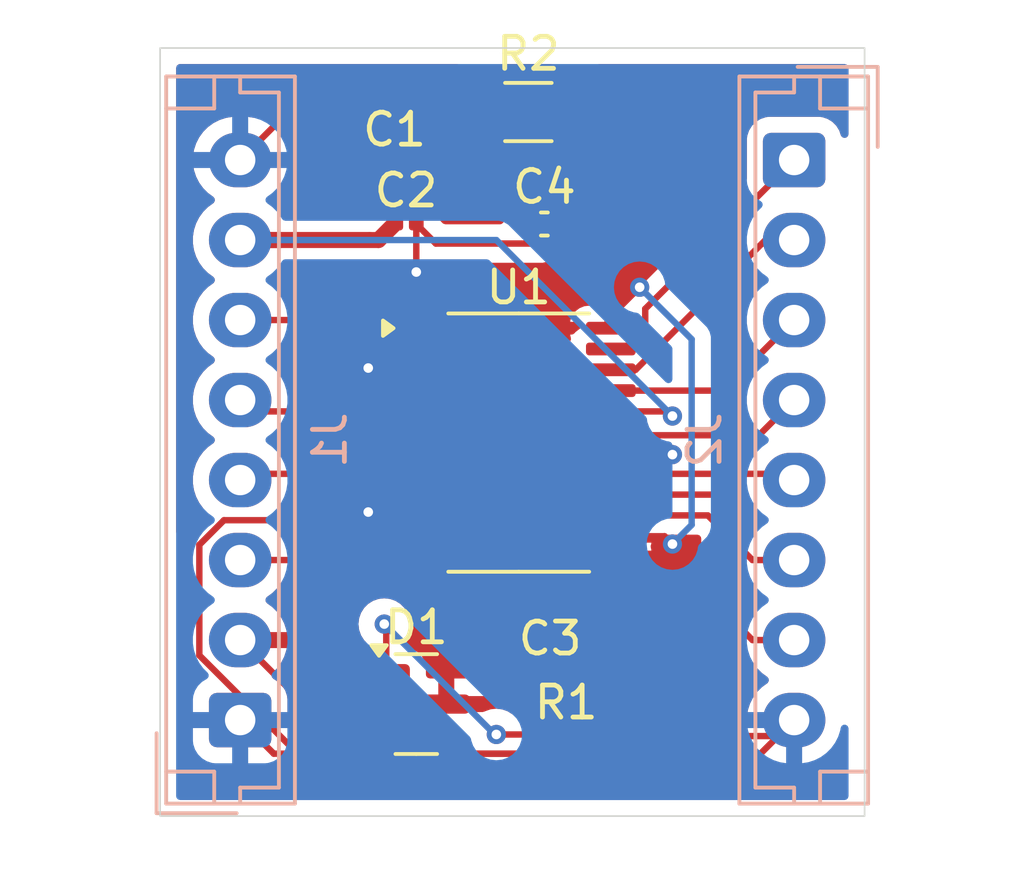
<source format=kicad_pcb>
(kicad_pcb (version 20240108) (generator "pcbnew") (generator_version "8.0")
  (layers (0 "F.Cu" signal) (31 "B.Cu" signal) (34 "B.Paste" user) (35 "F.Paste" user) (36 "B.SilkS" user "B.Silkscreen") (37 "F.SilkS" user "F.Silkscreen") (38 "B.Mask" user) (39 "F.Mask" user) (44 "Edge.Cuts" user))
  (net 0 "")
  (net 1 "Net-(C1-Pad1)")
  (net 2 "8")
  (net 3 "VCC")
  (net 4 "VM")
  (net 6 "Net-(D1-A)")
  (net 7 "Net-(J1-Pin_3)")
  (net 8 "Net-(J1-Pin_6)")
  (net 9 "Net-(J1-Pin_5)")
  (net 10 "Net-(J1-Pin_4)")
  (net 11 "Net-(J2-Pin_6)")
  (net 12 "Net-(J2-Pin_5)")
  (net 13 "Net-(J2-Pin_2)")
  (net 14 "Net-(J2-Pin_3)")
  (net 15 "Net-(J2-Pin_7)")
  (net 16 "Net-(J2-Pin_1)")
  (net 17 "Net-(J2-Pin_4)")
  (footprint "Capacitor_SMD:C_0201_0603Metric" (layer "F.Cu") (at 139.68 86)
    (property "Reference" "C2" (at 0 -1.05 0) (layer "F.SilkS"))
    (property "Value" "0.1μF")
    (pad "1" smd roundrect (at -0.32 0) (size 0.46 0.4) (layers "F.Cu" "F.Mask") (net 3 "VCC"))
    (pad "2" smd roundrect (at 0.32 0) (size 0.46 0.4) (layers "F.Cu" "F.Mask") (net 2 "8"))
  )
  (footprint "Package_TO_SOT_SMD:SOT-23" (layer "F.Cu") (at 140 101)
    (property "Reference" "D1" (at 0 -2.4 0) (layer "F.SilkS"))
    (property "Value" "BAS19")
    (fp_line (start 0 -1.56) (end -0.65 -1.56) (stroke (width 0.12)) (layer "F.SilkS"))
    (fp_line (start 0 -1.56) (end 0.65 -1.56) (stroke (width 0.12)) (layer "F.SilkS"))
    (fp_line (start 0 1.56) (end -0.65 1.56) (stroke (width 0.12)) (layer "F.SilkS"))
    (fp_line (start 0 1.56) (end 0.65 1.56) (stroke (width 0.12)) (layer "F.SilkS"))
    (fp_poly (pts (xy -1.1625 -1.51) (xy -1.4025 -1.84) (xy -0.9225 -1.84) (xy -1.1625 -1.51)) (stroke (width 0.12)) (fill solid) (layer "F.SilkS"))
    (pad "1" smd roundrect (at -0.9375 -0.95) (size 1.475 0.6) (layers "F.Cu" "F.Paste" "F.Mask") (net 6 "Net-(D1-A)"))
    (pad "2" smd roundrect (at -0.9375 0.95) (size 1.475 0.6) (layers "F.Cu" "F.Paste" "F.Mask"))
    (pad "3" smd roundrect (at 0.9375 0) (size 1.475 0.6) (layers "F.Cu" "F.Paste" "F.Mask") (net 4 "VM"))
  )
  (footprint "Resistor_SMD:R_1206_3216Metric" (layer "F.Cu") (at 143.5 82.5)
    (property "Reference" "R2" (at 0 -1.82 0) (layer "F.SilkS"))
    (property "Value" "R")
    (fp_line (start -0.727064 -0.91) (end 0.727064 -0.91) (stroke (width 0.12)) (layer "F.SilkS"))
    (fp_line (start -0.727064 0.91) (end 0.727064 0.91) (stroke (width 0.12)) (layer "F.SilkS"))
    (pad "1" smd roundrect (at -1.4625 0) (size 1.125 1.75) (layers "F.Cu" "F.Paste" "F.Mask") (roundrect_rratio 0.222222) (net 4 "VM"))
    (pad "2" smd roundrect (at 1.4625 0) (size 1.125 1.75) (layers "F.Cu" "F.Paste" "F.Mask") (roundrect_rratio 0.222222) (net 1 "Net-(C1-Pad1)"))
  )
  (footprint "Capacitor_SMD:C_0201_0603Metric" (layer "F.Cu") (at 139.32 82 180)
    (property "Reference" "C1" (at 0 -1.05 180) (layer "F.SilkS"))
    (property "Value" "10μF")
    (pad "1" smd roundrect (at -0.32 0 180) (size 0.46 0.4) (layers "F.Cu" "F.Mask") (net 1 "Net-(C1-Pad1)"))
    (pad "2" smd roundrect (at 0.32 0 180) (size 0.46 0.4) (layers "F.Cu" "F.Mask") (net 2 "8"))
  )
  (footprint "Resistor_SMD:R_0201_0603Metric" (layer "F.Cu") (at 144.68 102)
    (property "Reference" "R1" (at 0 -1.05 0) (layer "F.SilkS"))
    (property "Value" "100k")
    (pad "1" smd roundrect (at -0.32 0) (size 0.46 0.4) (layers "F.Cu" "F.Mask") (net 6 "Net-(D1-A)"))
    (pad "2" smd roundrect (at 0.32 0) (size 0.46 0.4) (layers "F.Cu" "F.Mask") (net 2 "8"))
  )
  (footprint "Package_SO:HTSSOP-24-1EP_4.4x7.8mm_P0.65mm_EP3.2x5mm" (layer "F.Cu") (at 143.2 92.83)
    (property "Reference" "U1" (at 0 -4.85 0) (layer "F.SilkS"))
    (property "Value" "TB6612FNG_C_8_EL")
    (fp_line (start 0 -4.035) (end -2.2 -4.035) (stroke (width 0.12)) (layer "F.SilkS"))
    (fp_line (start 0 -4.035) (end 2.2 -4.035) (stroke (width 0.12)) (layer "F.SilkS"))
    (fp_line (start 0 4.035) (end -2.2 4.035) (stroke (width 0.12)) (layer "F.SilkS"))
    (fp_line (start 0 4.035) (end 2.2 4.035) (stroke (width 0.12)) (layer "F.SilkS"))
    (fp_poly (pts (xy -3.91 -3.575) (xy -4.24 -3.815) (xy -4.24 -3.335) (xy -3.91 -3.575)) (stroke (width 0.12)) (fill solid) (layer "F.SilkS"))
    (pad "1" smd roundrect (at -2.875 -3.575) (size 1.55 0.4) (layers "F.Cu" "F.Paste" "F.Mask") (net 8 "Net-(J1-Pin_6)"))
    (pad "2" smd roundrect (at -2.875 -2.925) (size 1.55 0.4) (layers "F.Cu" "F.Paste" "F.Mask") (net 8 "Net-(J1-Pin_6)"))
    (pad "3" smd roundrect (at -2.875 -2.275) (size 1.55 0.4) (layers "F.Cu" "F.Paste" "F.Mask") (net 2 "8"))
    (pad "4" smd roundrect (at -2.875 -1.625) (size 1.55 0.4) (layers "F.Cu" "F.Paste" "F.Mask") (net 2 "8"))
    (pad "5" smd roundrect (at -2.875 -0.975) (size 1.55 0.4) (layers "F.Cu" "F.Paste" "F.Mask") (net 9 "Net-(J1-Pin_5)"))
    (pad "6" smd roundrect (at -2.875 -0.325) (size 1.55 0.4) (layers "F.Cu" "F.Paste" "F.Mask") (net 9 "Net-(J1-Pin_5)"))
    (pad "7" smd roundrect (at -2.875 0.325) (size 1.55 0.4) (layers "F.Cu" "F.Paste" "F.Mask") (net 10 "Net-(J1-Pin_4)"))
    (pad "8" smd roundrect (at -2.875 0.975) (size 1.55 0.4) (layers "F.Cu" "F.Paste" "F.Mask") (net 10 "Net-(J1-Pin_4)"))
    (pad "9" smd roundrect (at -2.875 1.625) (size 1.55 0.4) (layers "F.Cu" "F.Paste" "F.Mask") (net 2 "8"))
    (pad "10" smd roundrect (at -2.875 2.275) (size 1.55 0.4) (layers "F.Cu" "F.Paste" "F.Mask") (net 2 "8"))
    (pad "11" smd roundrect (at -2.875 2.925) (size 1.55 0.4) (layers "F.Cu" "F.Paste" "F.Mask") (net 7 "Net-(J1-Pin_3)"))
    (pad "12" smd roundrect (at -2.875 3.575) (size 1.55 0.4) (layers "F.Cu" "F.Paste" "F.Mask") (net 7 "Net-(J1-Pin_3)"))
    (pad "13" smd roundrect (at 2.875 3.575) (size 1.55 0.4) (layers "F.Cu" "F.Paste" "F.Mask") (net 4 "VM"))
    (pad "14" smd roundrect (at 2.875 2.925) (size 1.55 0.4) (layers "F.Cu" "F.Paste" "F.Mask") (net 4 "VM"))
    (pad "15" smd roundrect (at 2.875 2.275) (size 1.55 0.4) (layers "F.Cu" "F.Paste" "F.Mask") (net 15 "Net-(J2-Pin_7)"))
    (pad "16" smd roundrect (at 2.875 1.625) (size 1.55 0.4) (layers "F.Cu" "F.Paste" "F.Mask") (net 11 "Net-(J2-Pin_6)"))
    (pad "17" smd roundrect (at 2.875 0.975) (size 1.55 0.4) (layers "F.Cu" "F.Paste" "F.Mask") (net 12 "Net-(J2-Pin_5)"))
    (pad "18" smd roundrect (at 2.875 0.325) (size 1.55 0.4) (layers "F.Cu" "F.Paste" "F.Mask") (net 2 "8"))
    (pad "19" smd roundrect (at 2.875 -0.325) (size 1.55 0.4) (layers "F.Cu" "F.Paste" "F.Mask") (net 17 "Net-(J2-Pin_4)"))
    (pad "20" smd roundrect (at 2.875 -0.975) (size 1.55 0.4) (layers "F.Cu" "F.Paste" "F.Mask") (net 3 "VCC"))
    (pad "21" smd roundrect (at 2.875 -1.625) (size 1.55 0.4) (layers "F.Cu" "F.Paste" "F.Mask") (net 14 "Net-(J2-Pin_3)"))
    (pad "22" smd roundrect (at 2.875 -2.275) (size 1.55 0.4) (layers "F.Cu" "F.Paste" "F.Mask") (net 13 "Net-(J2-Pin_2)"))
    (pad "23" smd roundrect (at 2.875 -2.925) (size 1.55 0.4) (layers "F.Cu" "F.Paste" "F.Mask") (net 16 "Net-(J2-Pin_1)"))
    (pad "24" smd roundrect (at 2.875 -3.575) (size 1.55 0.4) (layers "F.Cu" "F.Paste" "F.Mask") (net 4 "VM"))
    (pad "25" smd rect (at 0 0) (size 3.2 5) (property pad_prop_heatsink) (layers "F.Cu" "F.Mask"))
  )
  (footprint "Capacitor_SMD:C_0402_1005Metric" (layer "F.Cu") (at 144 86)
    (property "Reference" "C4" (at 0 -1.16 0) (layer "F.SilkS"))
    (property "Value" "0.47μF")
    (fp_line (start -0.107836 -0.36) (end 0.107836 -0.36) (stroke (width 0.12)) (layer "F.SilkS"))
    (fp_line (start -0.107836 0.36) (end 0.107836 0.36) (stroke (width 0.12)) (layer "F.SilkS"))
    (pad "1" smd roundrect (at -0.48 0) (size 0.56 0.62) (layers "F.Cu" "F.Paste" "F.Mask") (net 4 "VM"))
    (pad "2" smd roundrect (at 0.48 0) (size 0.56 0.62) (layers "F.Cu" "F.Paste" "F.Mask") (net 2 "8"))
  )
  (footprint "Capacitor_SMD:C_0201_0603Metric" (layer "F.Cu") (at 144.18 100)
    (property "Reference" "C3" (at 0 -1.05 0) (layer "F.SilkS"))
    (property "Value" "0.1μF")
    (pad "1" smd roundrect (at -0.32 0) (size 0.46 0.4) (layers "F.Cu" "F.Mask") (net 4 "VM"))
    (pad "2" smd roundrect (at 0.32 0) (size 0.46 0.4) (layers "F.Cu" "F.Mask") (net 2 "8"))
  )
  (footprint "Connector_JST:JST_EH_B8B-EH-A_1x08_P2.50mm_Vertical" (layer "B.Cu") (at 134.5 101.5 90)
    (property "Reference" "J1" (at 8.75 2.8 270) (layer "B.SilkS") (effects (justify mirror)))
    (property "Value" "Conn_01x08_Pin")
    (fp_line (start -0.41 -2.61) (end -2.91 -2.61) (stroke (width 0.12)) (layer "B.SilkS"))
    (fp_line (start -2.91 -2.61) (end -2.91 -0.11) (stroke (width 0.12)) (layer "B.SilkS"))
    (fp_line (start 20.11 -2.31) (end -2.61 -2.31) (stroke (width 0.12)) (layer "B.SilkS"))
    (fp_line (start 19.11 -2.31) (end 19.11 -0.81) (stroke (width 0.12)) (layer "B.SilkS"))
    (fp_line (start -1.61 -2.31) (end -1.61 -0.81) (stroke (width 0.12)) (layer "B.SilkS"))
    (fp_line (start -2.61 -2.31) (end -2.61 1.71) (stroke (width 0.12)) (layer "B.SilkS"))
    (fp_line (start 19.11 -0.81) (end 20.11 -0.81) (stroke (width 0.12)) (layer "B.SilkS"))
    (fp_line (start -1.61 -0.81) (end -2.61 -0.81) (stroke (width 0.12)) (layer "B.SilkS"))
    (fp_line (start 20.11 0) (end 19.61 0) (stroke (width 0.12)) (layer "B.SilkS"))
    (fp_line (start 19.61 0) (end 19.61 1.21) (stroke (width 0.12)) (layer "B.SilkS"))
    (fp_line (start -2.11 0) (end -2.61 0) (stroke (width 0.12)) (layer "B.SilkS"))
    (fp_line (start 19.61 1.21) (end -2.11 1.21) (stroke (width 0.12)) (layer "B.SilkS"))
    (fp_line (start -2.11 1.21) (end -2.11 0) (stroke (width 0.12)) (layer "B.SilkS"))
    (fp_line (start 20.11 1.71) (end 20.11 -2.31) (stroke (width 0.12)) (layer "B.SilkS"))
    (fp_line (start -2.61 1.71) (end 20.11 1.71) (stroke (width 0.12)) (layer "B.SilkS"))
    (pad "1" thru_hole roundrect (at 0 0 90) (size 1.7 1.95) (drill 0.95) (layers "*.Cu" "*.Mask") (roundrect_rratio 0.147059) (net 2 "8"))
    (pad "2" thru_hole oval (at 2.5 0 90) (size 1.7 1.95) (drill 0.95) (layers "*.Cu" "*.Mask") (net 4 "VM"))
    (pad "3" thru_hole oval (at 5 0 90) (size 1.7 1.95) (drill 0.95) (layers "*.Cu" "*.Mask") (net 7 "Net-(J1-Pin_3)"))
    (pad "4" thru_hole oval (at 7.5 0 90) (size 1.7 1.95) (drill 0.95) (layers "*.Cu" "*.Mask") (net 10 "Net-(J1-Pin_4)"))
    (pad "5" thru_hole oval (at 10 0 90) (size 1.7 1.95) (drill 0.95) (layers "*.Cu" "*.Mask") (net 9 "Net-(J1-Pin_5)"))
    (pad "6" thru_hole oval (at 12.5 0 90) (size 1.7 1.95) (drill 0.95) (layers "*.Cu" "*.Mask") (net 8 "Net-(J1-Pin_6)"))
    (pad "7" thru_hole oval (at 15 0 90) (size 1.7 1.95) (drill 0.95) (layers "*.Cu" "*.Mask") (net 3 "VCC"))
    (pad "8" thru_hole oval (at 17.5 0 90) (size 1.7 1.95) (drill 0.95) (layers "*.Cu" "*.Mask") (net 2 "8"))
  )
  (footprint "Connector_JST:JST_EH_B8B-EH-A_1x08_P2.50mm_Vertical" (layer "B.Cu") (at 151.8 84 -90)
    (property "Reference" "J2" (at 8.75 2.8 90) (layer "B.SilkS") (effects (justify mirror)))
    (property "Value" "Conn_01x08_Pin")
    (fp_line (start -2.61 1.71) (end 20.11 1.71) (stroke (width 0.12)) (layer "B.SilkS"))
    (fp_line (start 20.11 1.71) (end 20.11 -2.31) (stroke (width 0.12)) (layer "B.SilkS"))
    (fp_line (start -2.11 1.21) (end -2.11 0) (stroke (width 0.12)) (layer "B.SilkS"))
    (fp_line (start 19.61 1.21) (end -2.11 1.21) (stroke (width 0.12)) (layer "B.SilkS"))
    (fp_line (start -2.11 0) (end -2.61 0) (stroke (width 0.12)) (layer "B.SilkS"))
    (fp_line (start 19.61 0) (end 19.61 1.21) (stroke (width 0.12)) (layer "B.SilkS"))
    (fp_line (start 20.11 0) (end 19.61 0) (stroke (width 0.12)) (layer "B.SilkS"))
    (fp_line (start -1.61 -0.81) (end -2.61 -0.81) (stroke (width 0.12)) (layer "B.SilkS"))
    (fp_line (start 19.11 -0.81) (end 20.11 -0.81) (stroke (width 0.12)) (layer "B.SilkS"))
    (fp_line (start -2.61 -2.31) (end -2.61 1.71) (stroke (width 0.12)) (layer "B.SilkS"))
    (fp_line (start -1.61 -2.31) (end -1.61 -0.81) (stroke (width 0.12)) (layer "B.SilkS"))
    (fp_line (start 19.11 -2.31) (end 19.11 -0.81) (stroke (width 0.12)) (layer "B.SilkS"))
    (fp_line (start 20.11 -2.31) (end -2.61 -2.31) (stroke (width 0.12)) (layer "B.SilkS"))
    (fp_line (start -2.91 -2.61) (end -2.91 -0.11) (stroke (width 0.12)) (layer "B.SilkS"))
    (fp_line (start -0.41 -2.61) (end -2.91 -2.61) (stroke (width 0.12)) (layer "B.SilkS"))
    (pad "1" thru_hole roundrect (at 0 0 270) (size 1.7 1.95) (drill 0.95) (layers "*.Cu" "*.Mask") (roundrect_rratio 0.147059) (net 16 "Net-(J2-Pin_1)"))
    (pad "2" thru_hole oval (at 2.5 0 270) (size 1.7 1.95) (drill 0.95) (layers "*.Cu" "*.Mask") (net 13 "Net-(J2-Pin_2)"))
    (pad "3" thru_hole oval (at 5 0 270) (size 1.7 1.95) (drill 0.95) (layers "*.Cu" "*.Mask") (net 14 "Net-(J2-Pin_3)"))
    (pad "4" thru_hole oval (at 7.5 0 270) (size 1.7 1.95) (drill 0.95) (layers "*.Cu" "*.Mask") (net 17 "Net-(J2-Pin_4)"))
    (pad "5" thru_hole oval (at 10 0 270) (size 1.7 1.95) (drill 0.95) (layers "*.Cu" "*.Mask") (net 12 "Net-(J2-Pin_5)"))
    (pad "6" thru_hole oval (at 12.5 0 270) (size 1.7 1.95) (drill 0.95) (layers "*.Cu" "*.Mask") (net 11 "Net-(J2-Pin_6)"))
    (pad "7" thru_hole oval (at 15 0 270) (size 1.7 1.95) (drill 0.95) (layers "*.Cu" "*.Mask") (net 15 "Net-(J2-Pin_7)"))
    (pad "8" thru_hole oval (at 17.5 0 270) (size 1.7 1.95) (drill 0.95) (layers "*.Cu" "*.Mask") (net 2 "8"))
  )
  (gr_rect (start 132 80.5) (end 154 104.5) (stroke (width 0.05)) (fill none) (layer "Edge.Cuts"))
  (segment (start 144.5 84) (end 144.9625 83.5375) (width 0.2) (layer "F.Cu") (net 1))
  (segment (start 139.64 83.14) (end 140.5 84) (width 0.2) (layer "F.Cu") (net 1))
  (segment (start 144.9625 83.5375) (end 144.9625 82.5) (width 0.2) (layer "F.Cu") (net 1))
  (segment (start 139.64 82) (end 139.64 83.14) (width 0.2) (layer "F.Cu") (net 1))
  (segment (start 140.5 84) (end 144.5 84) (width 0.2) (layer "F.Cu") (net 1))
  (segment (start 140.325 94.455) (end 140.325 95.105) (width 0.2) (layer "F.Cu") (net 2))
  (segment (start 145 102) (end 151.3 102) (width 0.2) (layer "F.Cu") (net 2))
  (segment (start 140 86) (end 140 84.065686) (width 0.2) (layer "F.Cu") (net 2))
  (segment (start 143.87 86.61) (end 140.61 86.61) (width 0.2) (layer "F.Cu") (net 2))
  (segment (start 140.61 86.61) (end 140 86) (width 0.2) (layer "F.Cu") (net 2))
  (segment (start 138.555 90.555) (end 138.5 90.5) (width 0.2) (layer "F.Cu") (net 2))
  (segment (start 144.89 102.268456) (end 144.608456 102.55) (width 0.2) (layer "F.Cu") (net 2))
  (segment (start 134.5 101.5) (end 135.55 102.55) (width 0.2) (layer "F.Cu") (net 2))
  (segment (start 151.3 102) (end 151.8 101.5) (width 0.2) (layer "F.Cu") (net 2))
  (segment (start 144.48 86) (end 143.87 86.61) (width 0.2) (layer "F.Cu") (net 2))
  (segment (start 140.325 90.555) (end 140.325 91.205) (width 0.2) (layer "F.Cu") (net 2))
  (segment (start 140.22 95) (end 140.325 95.105) (width 0.2) (layer "F.Cu") (net 2))
  (segment (start 140 84.065686) (end 139 83.065686) (width 0.2) (layer "F.Cu") (net 2))
  (segment (start 144.608456 102.55) (end 136.298654 102.55) (width 0.2) (layer "F.Cu") (net 2))
  (segment (start 139 83.065686) (end 139 82) (width 0.2) (layer "F.Cu") (net 2))
  (segment (start 150.75 102.55) (end 151.8 101.5) (width 0.2) (layer "F.Cu") (net 2))
  (segment (start 138.5 95) (end 140.22 95) (width 0.2) (layer "F.Cu") (net 2))
  (segment (start 144.89 100.39) (end 144.89 102.268456) (width 0.2) (layer "F.Cu") (net 2))
  (segment (start 133.225 99.476346) (end 133.225 96.023654) (width 0.2) (layer "F.Cu") (net 2))
  (segment (start 140.325 90.555) (end 138.555 90.555) (width 0.2) (layer "F.Cu") (net 2))
  (segment (start 144.5 100) (end 144.89 100.39) (width 0.2) (layer "F.Cu") (net 2))
  (segment (start 133.993654 95.255) (end 140.175 95.255) (width 0.2) (layer "F.Cu") (net 2))
  (segment (start 146.075 93.155) (end 147.95 93.155) (width 0.2) (layer "F.Cu") (net 2))
  (segment (start 134.5 84) (end 136.5 82) (width 0.2) (layer "F.Cu") (net 2))
  (segment (start 136.5 82) (end 139 82) (width 0.2) (layer "F.Cu") (net 2))
  (segment (start 133.225 96.023654) (end 133.993654 95.255) (width 0.2) (layer "F.Cu") (net 2))
  (segment (start 136.298654 102.55) (end 133.225 99.476346) (width 0.2) (layer "F.Cu") (net 2))
  (segment (start 147.95 93.155) (end 148 93.205) (width 0.2) (layer "F.Cu") (net 2))
  (segment (start 140 87.5) (end 140 86) (width 0.2) (layer "F.Cu") (net 2))
  (segment (start 135.55 102.55) (end 150.75 102.55) (width 0.2) (layer "F.Cu") (net 2))
  (segment (start 145 100.5) (end 145 102) (width 0.2) (layer "F.Cu") (net 2))
  (segment (start 140.175 95.255) (end 140.325 95.105) (width 0.2) (layer "F.Cu") (net 2))
  (segment (start 144.5 100) (end 145 100.5) (width 0.2) (layer "F.Cu") (net 2))
  (via (at 140 87.5) (size 0.6) (drill 0.3) (layers "F.Cu" "B.Cu") (net 2))
  (via (at 138.5 90.5) (size 0.6) (drill 0.3) (layers "F.Cu" "B.Cu") (net 2))
  (via (at 148 93.205) (size 0.6) (drill 0.3) (layers "F.Cu" "B.Cu") (net 2))
  (via (at 138.5 95) (size 0.6) (drill 0.3) (layers "F.Cu" "B.Cu") (net 2))
  (segment (start 138.5 95) (end 138.5 90.5) (width 0.2) (layer "B.Cu") (net 2))
  (segment (start 138.5 90.5) (end 138.5 89) (width 0.2) (layer "B.Cu") (net 2))
  (segment (start 146.205 95) (end 138.5 95) (width 0.2) (layer "B.Cu") (net 2))
  (segment (start 138.5 89) (end 140 87.5) (width 0.2) (layer "B.Cu") (net 2))
  (segment (start 148 93.205) (end 146.205 95) (width 0.2) (layer "B.Cu") (net 2))
  (segment (start 138.82 86.5) (end 139.32 86) (width 0.5) (layer "F.Cu") (net 3))
  (segment (start 146.075 91.855) (end 147.855 91.855) (width 0.2) (layer "F.Cu") (net 3))
  (segment (start 134.5 86.5) (end 138.82 86.5) (width 0.5) (layer "F.Cu") (net 3))
  (segment (start 147.855 91.855) (end 148 92) (width 0.2) (layer "F.Cu") (net 3))
  (via (at 148 92) (size 0.6) (drill 0.3) (layers "F.Cu" "B.Cu") (net 3))
  (segment (start 142.5 86.5) (end 134.5 86.5) (width 0.2) (layer "B.Cu") (net 3))
  (segment (start 148 92) (end 142.5 86.5) (width 0.2) (layer "B.Cu") (net 3))
  (segment (start 142.0375 82.5) (end 143.2125 81.325) (width 0.2) (layer "F.Cu") (net 4))
  (segment (start 146.075 96.405) (end 146.075 96.575) (width 0.2) (layer "F.Cu") (net 4))
  (segment (start 143.52 85.48) (end 144 85) (width 0.2) (layer "F.Cu") (net 4))
  (segment (start 142.86 101) (end 143.86 100) (width 0.2) (layer "F.Cu") (net 4))
  (segment (start 143.52 86) (end 143.52 85.48) (width 0.2) (layer "F.Cu") (net 4))
  (segment (start 143.2125 81.325) (end 146.325 81.325) (width 0.2) (layer "F.Cu") (net 4))
  (segment (start 134.5 99) (end 136.5 101) (width 0.2) (layer "F.Cu") (net 4))
  (segment (start 146.075 88.87647) (end 146.075 89.255) (width 0.2) (layer "F.Cu") (net 4))
  (segment (start 147 82) (end 147 84.5) (width 0.2) (layer "F.Cu") (net 4))
  (segment (start 146.075 95.755) (end 147.755 95.755) (width 0.2) (layer "F.Cu") (net 4))
  (segment (start 146.075 89.255) (end 146.075 86.658866) (width 0.2) (layer "F.Cu") (net 4))
  (segment (start 136.5 101) (end 140.9375 101) (width 0.2) (layer "F.Cu") (net 4))
  (segment (start 146.075 95.755) (end 146.075 96.405) (width 0.2) (layer "F.Cu") (net 4))
  (segment (start 146.325 81.325) (end 147 82) (width 0.2) (layer "F.Cu") (net 4))
  (segment (start 146.5 85) (end 144 85) (width 0.2) (layer "F.Cu") (net 4))
  (segment (start 144.13 85.39) (end 143.52 86) (width 0.2) (layer "F.Cu") (net 4))
  (segment (start 143.86 98.79) (end 143.86 100) (width 0.2) (layer "F.Cu") (net 4))
  (segment (start 146.975735 87.975735) (end 146.075 88.87647) (width 0.2) (layer "F.Cu") (net 4))
  (segment (start 146.075 96.575) (end 143.86 98.79) (width 0.2) (layer "F.Cu") (net 4))
  (segment (start 147.755 95.755) (end 148 96) (width 0.2) (layer "F.Cu") (net 4))
  (segment (start 140.9375 101) (end 142.86 101) (width 0.2) (layer "F.Cu") (net 4))
  (segment (start 146.075 86.658866) (end 144.806134 85.39) (width 0.2) (layer "F.Cu") (net 4))
  (segment (start 147 84.5) (end 146.5 85) (width 0.2) (layer "F.Cu") (net 4))
  (segment (start 144.806134 85.39) (end 144.13 85.39) (width 0.2) (layer "F.Cu") (net 4))
  (via (at 148 96) (size 0.6) (drill 0.3) (layers "F.Cu" "B.Cu") (net 4))
  (via (at 146.975735 87.975735) (size 0.6) (drill 0.3) (layers "F.Cu" "B.Cu") (net 4))
  (segment (start 148.6 95.4) (end 148.6 89.6) (width 0.2) (layer "B.Cu") (net 4))
  (segment (start 148.6 89.6) (end 146.975735 87.975735) (width 0.2) (layer "B.Cu") (net 4))
  (segment (start 148 96) (end 148.6 95.4) (width 0.2) (layer "B.Cu") (net 4))
  (segment (start 139.0625 98.5625) (end 139 98.5) (width 0.2) (layer "F.Cu") (net 6))
  (segment (start 142.5 101.95) (end 144.31 101.95) (width 0.2) (layer "F.Cu") (net 6))
  (segment (start 144.31 101.95) (end 144.36 102) (width 0.2) (layer "F.Cu") (net 6))
  (segment (start 139.0625 100.05) (end 139.0625 98.5625) (width 0.2) (layer "F.Cu") (net 6))
  (via (at 142.5 101.95) (size 0.6) (drill 0.3) (layers "F.Cu" "B.Cu") (net 6))
  (via (at 139 98.5) (size 0.6) (drill 0.3) (layers "F.Cu" "B.Cu") (net 6))
  (segment (start 142.45 101.95) (end 142.5 101.95) (width 0.2) (layer "B.Cu") (net 6))
  (segment (start 139 98.5) (end 142.45 101.95) (width 0.2) (layer "B.Cu") (net 6))
  (segment (start 140.325 95.755) (end 140.325 96.405) (width 0.2) (layer "F.Cu") (net 7))
  (segment (start 140.23 96.5) (end 140.325 96.405) (width 0.2) (layer "F.Cu") (net 7))
  (segment (start 134.5 96.5) (end 140.23 96.5) (width 0.2) (layer "F.Cu") (net 7))
  (segment (start 140.07 89) (end 140.325 89.255) (width 0.2) (layer "F.Cu") (net 8))
  (segment (start 140.325 89.255) (end 140.325 89.905) (width 0.2) (layer "F.Cu") (net 8))
  (segment (start 134.5 89) (end 140.07 89) (width 0.2) (layer "F.Cu") (net 8))
  (segment (start 140.325 91.855) (end 140.325 92.505) (width 0.2) (layer "F.Cu") (net 9))
  (segment (start 134.5 91.5) (end 134.855 91.855) (width 0.2) (layer "F.Cu") (net 9))
  (segment (start 134.855 91.855) (end 140.325 91.855) (width 0.2) (layer "F.Cu") (net 9))
  (segment (start 140.325 93.155) (end 140.325 93.805) (width 0.2) (layer "F.Cu") (net 10))
  (segment (start 134.5 94) (end 134.695 93.805) (width 0.2) (layer "F.Cu") (net 10))
  (segment (start 134.695 93.805) (end 140.325 93.805) (width 0.2) (layer "F.Cu") (net 10))
  (segment (start 149.455 94.455) (end 146.075 94.455) (width 0.2) (layer "F.Cu") (net 11))
  (segment (start 150 96) (end 150 95) (width 0.2) (layer "F.Cu") (net 11))
  (segment (start 150.5 96.5) (end 150 96) (width 0.2) (layer "F.Cu") (net 11))
  (segment (start 151.8 96.5) (end 150.5 96.5) (width 0.2) (layer "F.Cu") (net 11))
  (segment (start 150 95) (end 149.455 94.455) (width 0.2) (layer "F.Cu") (net 11))
  (segment (start 151.8 94) (end 151.605 93.805) (width 0.2) (layer "F.Cu") (net 12))
  (segment (start 151.605 93.805) (end 146.075 93.805) (width 0.2) (layer "F.Cu") (net 12))
  (segment (start 150.904999 86.5) (end 151.8 86.5) (width 0.2) (layer "F.Cu") (net 13))
  (segment (start 146.075 90.555) (end 146.849999 90.555) (width 0.2) (layer "F.Cu") (net 13))
  (segment (start 146.849999 90.555) (end 150.904999 86.5) (width 0.2) (layer "F.Cu") (net 13))
  (segment (start 149.595 91.205) (end 151.8 89) (width 0.2) (layer "F.Cu") (net 14))
  (segment (start 146.075 91.205) (end 149.595 91.205) (width 0.2) (layer "F.Cu") (net 14))
  (segment (start 150.5 99) (end 149.5 98) (width 0.2) (layer "F.Cu") (net 15))
  (segment (start 149.105 95.105) (end 146.075 95.105) (width 0.2) (layer "F.Cu") (net 15))
  (segment (start 149.5 98) (end 149.5 95.5) (width 0.2) (layer "F.Cu") (net 15))
  (segment (start 149.5 95.5) (end 149.105 95.105) (width 0.2) (layer "F.Cu") (net 15))
  (segment (start 151.8 99) (end 150.5 99) (width 0.2) (layer "F.Cu") (net 15))
  (segment (start 151.8 84) (end 147.15 88.65) (width 0.2) (layer "F.Cu") (net 16))
  (segment (start 147.15 88.65) (end 147.15 89.604999) (width 0.2) (layer "F.Cu") (net 16))
  (segment (start 146.849999 89.905) (end 146.075 89.905) (width 0.2) (layer "F.Cu") (net 16))
  (segment (start 147.15 89.604999) (end 146.849999 89.905) (width 0.2) (layer "F.Cu") (net 16))
  (segment (start 150.7 92.6) (end 146.17 92.6) (width 0.2) (layer "F.Cu") (net 17))
  (segment (start 151.8 91.5) (end 150.7 92.6) (width 0.2) (layer "F.Cu") (net 17))
  (segment (start 146.17 92.6) (end 146.075 92.505) (width 0.2) (layer "F.Cu") (net 17))
  (zone (net 3) (net_name "VCC") (layer "F.Cu") (connect_pads (clearance 0.5)) (min_thickness 0.25) (fill yes (thermal_gap 0.5) (thermal_bridge_width 0.5))
    (polygon (pts (xy 127 79) (xy 127 107) (xy 159 107) (xy 159 79)))
  )
  (zone (net 4) (net_name "VM") (layer "F.Cu") (priority 2) (connect_pads (clearance 0.5)) (min_thickness 0.25) (fill yes (thermal_gap 0.5) (thermal_bridge_width 0.5))
    (polygon (pts (xy 127 79) (xy 127 107) (xy 159 107) (xy 159 79)))
  )
  (zone (net 2) (net_name "8") (layer "B.Cu") (priority 1) (connect_pads (clearance 0.5)) (min_thickness 0.25) (fill yes (thermal_gap 0.5) (thermal_bridge_width 0.5))
    (polygon (pts (xy 127 79) (xy 127 107) (xy 159 107) (xy 159 79)))
  )
)
</source>
